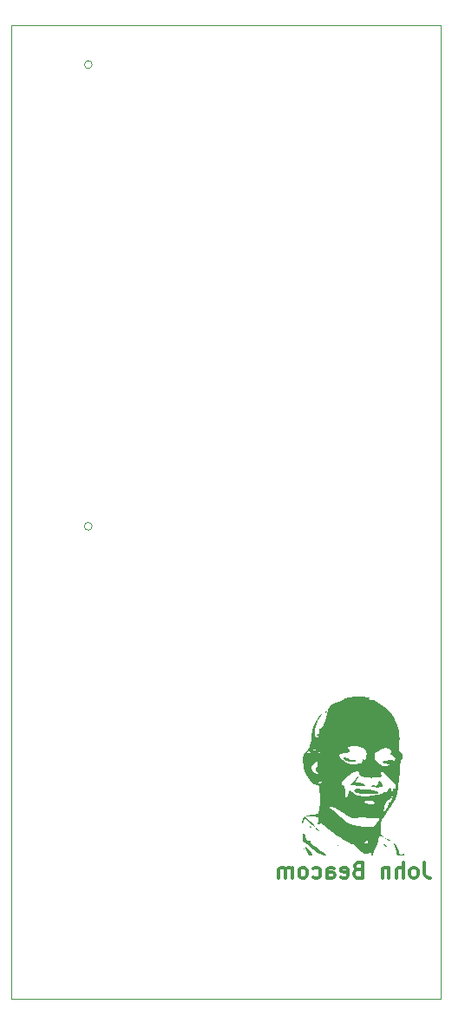
<source format=gbr>
%TF.GenerationSoftware,KiCad,Pcbnew,(6.0.6)*%
%TF.CreationDate,2023-01-26T13:55:41-05:00*%
%TF.ProjectId,TURFIO_RACK_Flex_PCB_Breakout,54555246-494f-45f5-9241-434b5f466c65,rev?*%
%TF.SameCoordinates,Original*%
%TF.FileFunction,Legend,Bot*%
%TF.FilePolarity,Positive*%
%FSLAX46Y46*%
G04 Gerber Fmt 4.6, Leading zero omitted, Abs format (unit mm)*
G04 Created by KiCad (PCBNEW (6.0.6)) date 2023-01-26 13:55:41*
%MOMM*%
%LPD*%
G01*
G04 APERTURE LIST*
%TA.AperFunction,Profile*%
%ADD10C,0.100000*%
%TD*%
%ADD11C,0.300000*%
%ADD12C,0.120000*%
G04 APERTURE END LIST*
D10*
X74510000Y-51560000D02*
X116440000Y-51560000D01*
X116440000Y-51560000D02*
X116440000Y-146520000D01*
X116440000Y-146520000D02*
X74510000Y-146520000D01*
X74510000Y-146520000D02*
X74510000Y-51560000D01*
D11*
%TO.C,John Beacom*%
X114845085Y-133185628D02*
X114845085Y-134274200D01*
X114917657Y-134491914D01*
X115062800Y-134637057D01*
X115280514Y-134709628D01*
X115425657Y-134709628D01*
X113901657Y-134709628D02*
X114046800Y-134637057D01*
X114119371Y-134564485D01*
X114191942Y-134419342D01*
X114191942Y-133983914D01*
X114119371Y-133838771D01*
X114046800Y-133766200D01*
X113901657Y-133693628D01*
X113683942Y-133693628D01*
X113538800Y-133766200D01*
X113466228Y-133838771D01*
X113393657Y-133983914D01*
X113393657Y-134419342D01*
X113466228Y-134564485D01*
X113538800Y-134637057D01*
X113683942Y-134709628D01*
X113901657Y-134709628D01*
X112740514Y-134709628D02*
X112740514Y-133185628D01*
X112087371Y-134709628D02*
X112087371Y-133911342D01*
X112159942Y-133766200D01*
X112305085Y-133693628D01*
X112522800Y-133693628D01*
X112667942Y-133766200D01*
X112740514Y-133838771D01*
X111361657Y-133693628D02*
X111361657Y-134709628D01*
X111361657Y-133838771D02*
X111289085Y-133766200D01*
X111143942Y-133693628D01*
X110926228Y-133693628D01*
X110781085Y-133766200D01*
X110708514Y-133911342D01*
X110708514Y-134709628D01*
X108313657Y-133911342D02*
X108095942Y-133983914D01*
X108023371Y-134056485D01*
X107950800Y-134201628D01*
X107950800Y-134419342D01*
X108023371Y-134564485D01*
X108095942Y-134637057D01*
X108241085Y-134709628D01*
X108821657Y-134709628D01*
X108821657Y-133185628D01*
X108313657Y-133185628D01*
X108168514Y-133258200D01*
X108095942Y-133330771D01*
X108023371Y-133475914D01*
X108023371Y-133621057D01*
X108095942Y-133766200D01*
X108168514Y-133838771D01*
X108313657Y-133911342D01*
X108821657Y-133911342D01*
X106717085Y-134637057D02*
X106862228Y-134709628D01*
X107152514Y-134709628D01*
X107297657Y-134637057D01*
X107370228Y-134491914D01*
X107370228Y-133911342D01*
X107297657Y-133766200D01*
X107152514Y-133693628D01*
X106862228Y-133693628D01*
X106717085Y-133766200D01*
X106644514Y-133911342D01*
X106644514Y-134056485D01*
X107370228Y-134201628D01*
X105338228Y-134709628D02*
X105338228Y-133911342D01*
X105410800Y-133766200D01*
X105555942Y-133693628D01*
X105846228Y-133693628D01*
X105991371Y-133766200D01*
X105338228Y-134637057D02*
X105483371Y-134709628D01*
X105846228Y-134709628D01*
X105991371Y-134637057D01*
X106063942Y-134491914D01*
X106063942Y-134346771D01*
X105991371Y-134201628D01*
X105846228Y-134129057D01*
X105483371Y-134129057D01*
X105338228Y-134056485D01*
X103959371Y-134637057D02*
X104104514Y-134709628D01*
X104394800Y-134709628D01*
X104539942Y-134637057D01*
X104612514Y-134564485D01*
X104685085Y-134419342D01*
X104685085Y-133983914D01*
X104612514Y-133838771D01*
X104539942Y-133766200D01*
X104394800Y-133693628D01*
X104104514Y-133693628D01*
X103959371Y-133766200D01*
X103088514Y-134709628D02*
X103233657Y-134637057D01*
X103306228Y-134564485D01*
X103378800Y-134419342D01*
X103378800Y-133983914D01*
X103306228Y-133838771D01*
X103233657Y-133766200D01*
X103088514Y-133693628D01*
X102870800Y-133693628D01*
X102725657Y-133766200D01*
X102653085Y-133838771D01*
X102580514Y-133983914D01*
X102580514Y-134419342D01*
X102653085Y-134564485D01*
X102725657Y-134637057D01*
X102870800Y-134709628D01*
X103088514Y-134709628D01*
X101927371Y-134709628D02*
X101927371Y-133693628D01*
X101927371Y-133838771D02*
X101854800Y-133766200D01*
X101709657Y-133693628D01*
X101491942Y-133693628D01*
X101346800Y-133766200D01*
X101274228Y-133911342D01*
X101274228Y-134709628D01*
X101274228Y-133911342D02*
X101201657Y-133766200D01*
X101056514Y-133693628D01*
X100838800Y-133693628D01*
X100693657Y-133766200D01*
X100621085Y-133911342D01*
X100621085Y-134709628D01*
G36*
X108586487Y-125143243D02*
G01*
X108537452Y-125192278D01*
X108488417Y-125143243D01*
X108537452Y-125094208D01*
X108586487Y-125143243D01*
G37*
G36*
X104859846Y-118964865D02*
G01*
X104810811Y-119013899D01*
X104761776Y-118964865D01*
X104810811Y-118915830D01*
X104859846Y-118964865D01*
G37*
G36*
X111089594Y-131506086D02*
G01*
X111179692Y-131631627D01*
X111122667Y-131657441D01*
X110942995Y-131570626D01*
X110875967Y-131511287D01*
X110864773Y-131413348D01*
X110941908Y-131407390D01*
X111089594Y-131506086D01*
G37*
G36*
X103244532Y-128727832D02*
G01*
X103241699Y-128725103D01*
X103249581Y-128725088D01*
X103244532Y-128727832D01*
G37*
G36*
X111847272Y-131282547D02*
G01*
X112010135Y-131445756D01*
X112216325Y-131720341D01*
X112313128Y-132061768D01*
X112314989Y-132113973D01*
X112391536Y-132345878D01*
X112551615Y-132433251D01*
X112755689Y-132350315D01*
X112767477Y-132340636D01*
X112875353Y-132284373D01*
X112901544Y-132388378D01*
X112891859Y-132445116D01*
X112783140Y-132524653D01*
X112521901Y-132547490D01*
X112328365Y-132543038D01*
X112191032Y-132497357D01*
X112124276Y-132359415D01*
X112079992Y-132078113D01*
X112058208Y-131946521D01*
X111970421Y-131613322D01*
X111862434Y-131367109D01*
X111806180Y-131267414D01*
X111847272Y-131282547D01*
G37*
G36*
X103094595Y-131861004D02*
G01*
X103087517Y-131912921D01*
X103029215Y-131926383D01*
X103017478Y-131912010D01*
X103029215Y-131795624D01*
X103058713Y-131780281D01*
X103094595Y-131861004D01*
G37*
G36*
X105293383Y-118433183D02*
G01*
X105301158Y-118523552D01*
X105281030Y-118552901D01*
X105197301Y-118621621D01*
X105187514Y-118619072D01*
X105154054Y-118523552D01*
X105158045Y-118496672D01*
X105257911Y-118425482D01*
X105293383Y-118433183D01*
G37*
G36*
X112343994Y-121787957D02*
G01*
X112333517Y-121882032D01*
X112328400Y-122128676D01*
X112378665Y-122283031D01*
X112496569Y-122409180D01*
X112663535Y-122657645D01*
X112666461Y-122691506D01*
X112691179Y-122977572D01*
X112662788Y-123044990D01*
X112561420Y-123285696D01*
X112519211Y-123360039D01*
X112442270Y-123678350D01*
X112414316Y-124165121D01*
X112410299Y-124402697D01*
X112365013Y-125139709D01*
X112286747Y-125779132D01*
X112276608Y-125861965D01*
X112153713Y-126509255D01*
X112069047Y-126800728D01*
X112004956Y-127021372D01*
X111877950Y-127296362D01*
X111632415Y-127703263D01*
X111358784Y-128061834D01*
X111136006Y-128327993D01*
X110797980Y-128847021D01*
X110775024Y-128909770D01*
X110609661Y-129361785D01*
X110550030Y-129920596D01*
X110555660Y-130228245D01*
X110597089Y-130432211D01*
X110705980Y-130575966D01*
X110913885Y-130729669D01*
X111016683Y-130796545D01*
X111250220Y-130926680D01*
X111398445Y-130978378D01*
X111434236Y-130982339D01*
X111577423Y-131076151D01*
X111585601Y-131110884D01*
X111497892Y-131114114D01*
X111312489Y-131047303D01*
X111076906Y-130929511D01*
X110838655Y-130779797D01*
X110660258Y-130662192D01*
X110480601Y-130604948D01*
X110377686Y-130709158D01*
X110312125Y-130990589D01*
X110300026Y-131057752D01*
X110284960Y-131115557D01*
X110201189Y-131436969D01*
X110068870Y-131799662D01*
X110024400Y-131901425D01*
X109906128Y-132181570D01*
X109829886Y-132375869D01*
X109788204Y-132468665D01*
X109713065Y-132547490D01*
X109687315Y-132520479D01*
X109685469Y-132375869D01*
X109679789Y-132273457D01*
X109567182Y-132244458D01*
X109207387Y-132324314D01*
X108935302Y-132313525D01*
X108705265Y-132184369D01*
X108446364Y-131916071D01*
X108262445Y-131719900D01*
X108049982Y-131535547D01*
X107906982Y-131461558D01*
X107724043Y-131409619D01*
X107544455Y-131318305D01*
X108999417Y-131318305D01*
X109081846Y-131368677D01*
X109211644Y-131332059D01*
X109311172Y-131216427D01*
X109323156Y-131115557D01*
X109207204Y-131093840D01*
X109124403Y-131123878D01*
X109003236Y-131248069D01*
X108999417Y-131318305D01*
X107544455Y-131318305D01*
X107488662Y-131289936D01*
X107271324Y-131156396D01*
X106954041Y-130963468D01*
X106606036Y-130753249D01*
X106277781Y-130540455D01*
X105852988Y-130232744D01*
X105497297Y-129942436D01*
X105431840Y-129884755D01*
X105021371Y-129572612D01*
X104702917Y-129427536D01*
X104479445Y-129450961D01*
X104473365Y-129454431D01*
X104429520Y-129412445D01*
X104471029Y-129201057D01*
X104475207Y-129186192D01*
X104519122Y-128951187D01*
X104507973Y-128806887D01*
X104415238Y-128768253D01*
X104175147Y-128735920D01*
X103848846Y-128723941D01*
X103249581Y-128725088D01*
X103393647Y-128646806D01*
X103890649Y-128546640D01*
X104516602Y-128477606D01*
X104583473Y-127938224D01*
X104588198Y-127897288D01*
X104591370Y-127850831D01*
X105570322Y-127850831D01*
X105603935Y-127908915D01*
X105730212Y-127962741D01*
X105768381Y-127960345D01*
X105840541Y-128036293D01*
X105843219Y-128059591D01*
X105933857Y-128134363D01*
X105983270Y-128158835D01*
X106154406Y-128294185D01*
X106406793Y-128521447D01*
X106705781Y-128810283D01*
X106986842Y-129081565D01*
X107303416Y-129343306D01*
X107594349Y-129506364D01*
X107917322Y-129600792D01*
X108330012Y-129656648D01*
X108466682Y-129670439D01*
X108806020Y-129706218D01*
X109174904Y-129746464D01*
X109363395Y-129759746D01*
X109725425Y-129731116D01*
X109968603Y-129630112D01*
X110057529Y-129467906D01*
X110112597Y-129362475D01*
X110253668Y-129190535D01*
X110389490Y-129025065D01*
X110449807Y-128909770D01*
X110448907Y-128906222D01*
X110342957Y-128876519D01*
X110095139Y-128862032D01*
X109754634Y-128865867D01*
X109699709Y-128867733D01*
X109393996Y-128868440D01*
X109206630Y-128851492D01*
X109176338Y-128819963D01*
X109190584Y-128808001D01*
X109130275Y-128780649D01*
X108909874Y-128780691D01*
X108556217Y-128807154D01*
X108096139Y-128859067D01*
X108027600Y-128865475D01*
X107836017Y-128851383D01*
X107612398Y-128776341D01*
X107313959Y-128623035D01*
X106897914Y-128374149D01*
X106518888Y-128147394D01*
X110866114Y-128147394D01*
X110881685Y-128232432D01*
X110972023Y-128176200D01*
X111115224Y-128002317D01*
X111257981Y-127776127D01*
X111358433Y-127565163D01*
X111374722Y-127436962D01*
X111350148Y-127384167D01*
X111399189Y-127379489D01*
X111476710Y-127350081D01*
X111594479Y-127201610D01*
X111708545Y-126995900D01*
X111782002Y-126800728D01*
X111777949Y-126683869D01*
X111756537Y-126672667D01*
X111724711Y-126750833D01*
X111711903Y-126798282D01*
X111611488Y-126801060D01*
X111556605Y-126777189D01*
X111568355Y-126844490D01*
X111562580Y-126908494D01*
X111559402Y-126943708D01*
X111393331Y-127051088D01*
X111382140Y-127055598D01*
X111358541Y-127065108D01*
X111144121Y-127212467D01*
X111070306Y-127341512D01*
X111000408Y-127463709D01*
X110899584Y-127864672D01*
X110887624Y-127936041D01*
X110866114Y-128147394D01*
X106518888Y-128147394D01*
X106504177Y-128138593D01*
X106069177Y-127904893D01*
X105761934Y-127776430D01*
X105592348Y-127757109D01*
X105570322Y-127850831D01*
X104591370Y-127850831D01*
X104614523Y-127511695D01*
X104614856Y-127496911D01*
X106330888Y-127496911D01*
X106379923Y-127545946D01*
X106428958Y-127496911D01*
X106379923Y-127447876D01*
X106330888Y-127496911D01*
X104614856Y-127496911D01*
X104618129Y-127351627D01*
X108941473Y-127351627D01*
X108971553Y-127375095D01*
X109184117Y-127452757D01*
X109466762Y-127496911D01*
X109478444Y-127498736D01*
X109765024Y-127503630D01*
X109954345Y-127458035D01*
X110003211Y-127419330D01*
X110004977Y-127341512D01*
X109839263Y-127246153D01*
X109792461Y-127228104D01*
X109570936Y-127188531D01*
X109318375Y-127187758D01*
X109091478Y-127219123D01*
X108946945Y-127275967D01*
X108941473Y-127351627D01*
X104618129Y-127351627D01*
X104624799Y-127055598D01*
X106821236Y-127055598D01*
X106835635Y-127169425D01*
X106898290Y-127251737D01*
X106943008Y-127215083D01*
X106975345Y-127055598D01*
X106960945Y-126941772D01*
X106898290Y-126859459D01*
X106853573Y-126896113D01*
X106821236Y-127055598D01*
X104624799Y-127055598D01*
X104625228Y-127036577D01*
X104621714Y-126808453D01*
X106646049Y-126808453D01*
X106657786Y-126924839D01*
X106687284Y-126940182D01*
X106723166Y-126859459D01*
X106716089Y-126807542D01*
X106657786Y-126794080D01*
X106646049Y-126808453D01*
X104621714Y-126808453D01*
X104617967Y-126565251D01*
X104600605Y-126179953D01*
X104574586Y-125919330D01*
X104526516Y-125770257D01*
X104441820Y-125689168D01*
X104305923Y-125632495D01*
X104285811Y-125625117D01*
X106733649Y-125625117D01*
X106840301Y-125658108D01*
X106907102Y-125681902D01*
X106999910Y-125857388D01*
X107068900Y-126170062D01*
X107103841Y-126583980D01*
X107113391Y-126698172D01*
X107161957Y-126899350D01*
X107228130Y-127018354D01*
X107286482Y-127020189D01*
X107305132Y-126908494D01*
X111332433Y-126908494D01*
X111381467Y-126957529D01*
X111430502Y-126908494D01*
X111381467Y-126859459D01*
X111332433Y-126908494D01*
X107305132Y-126908494D01*
X107311583Y-126869862D01*
X107336386Y-126691027D01*
X107421699Y-126430872D01*
X107531814Y-126189195D01*
X107911987Y-126464590D01*
X107923457Y-126472886D01*
X108109708Y-126597488D01*
X108283113Y-126674701D01*
X108495885Y-126714620D01*
X108800241Y-126727339D01*
X109248396Y-126722954D01*
X109720388Y-126700271D01*
X110269163Y-126628734D01*
X110686141Y-126516175D01*
X110940155Y-126369112D01*
X110974197Y-126348617D01*
X111136294Y-126320077D01*
X111205904Y-126301443D01*
X111273426Y-126170348D01*
X111285204Y-126081558D01*
X111392948Y-125899653D01*
X111457887Y-125854098D01*
X111537983Y-125893587D01*
X111614732Y-126098417D01*
X111707021Y-126418147D01*
X111727242Y-126074903D01*
X111732343Y-126008241D01*
X111759373Y-125873179D01*
X111792544Y-125904482D01*
X111803443Y-125939072D01*
X111888141Y-126026057D01*
X111977472Y-125963050D01*
X112018919Y-125779132D01*
X111985189Y-125681356D01*
X111823415Y-125449314D01*
X111548311Y-125134904D01*
X111182493Y-124763395D01*
X110748582Y-124360053D01*
X110530302Y-124165279D01*
X110596590Y-124518623D01*
X110602209Y-124548906D01*
X110626470Y-124769930D01*
X110565767Y-124873217D01*
X110385765Y-124924941D01*
X110159606Y-124937476D01*
X109941938Y-124888692D01*
X109843446Y-124852357D01*
X109714227Y-124898164D01*
X109631621Y-124947270D01*
X109438584Y-124943104D01*
X109267754Y-124909409D01*
X108978765Y-124876359D01*
X108816218Y-124854675D01*
X108572351Y-124726157D01*
X108488417Y-124493783D01*
X108462554Y-124390613D01*
X108327537Y-124309652D01*
X108246028Y-124318466D01*
X107952842Y-124419410D01*
X107605539Y-124603362D01*
X107587270Y-124615823D01*
X107269044Y-124832877D01*
X107008286Y-125070509D01*
X106889761Y-125222695D01*
X106862763Y-125257361D01*
X106744575Y-125479506D01*
X106733649Y-125625117D01*
X104285811Y-125625117D01*
X104103934Y-125558396D01*
X103921021Y-125470805D01*
X103906121Y-125458802D01*
X104406909Y-125458802D01*
X104530627Y-125478744D01*
X104666220Y-125452265D01*
X104802564Y-125325511D01*
X104824386Y-125222695D01*
X104739504Y-125263308D01*
X104681518Y-125304592D01*
X104467568Y-125416541D01*
X104406909Y-125458802D01*
X103906121Y-125458802D01*
X103773401Y-125351888D01*
X103628584Y-125166532D01*
X103454082Y-124879621D01*
X103217405Y-124456043D01*
X103128841Y-124241975D01*
X103064711Y-123966409D01*
X103388803Y-123966409D01*
X103437838Y-124015444D01*
X103443650Y-124009632D01*
X103785903Y-124009632D01*
X103861403Y-124267550D01*
X104129930Y-124496104D01*
X104284174Y-124585809D01*
X104467726Y-124679615D01*
X104547955Y-124685885D01*
X104565637Y-124615823D01*
X104514454Y-124525661D01*
X104355595Y-124390252D01*
X104282254Y-124339953D01*
X104201183Y-124248317D01*
X104215512Y-124118825D01*
X104320450Y-123882219D01*
X104372073Y-123766771D01*
X104434567Y-123538443D01*
X104385935Y-123404235D01*
X104350257Y-123377254D01*
X104220458Y-123392105D01*
X104028801Y-123562116D01*
X103939621Y-123672201D01*
X103902907Y-123717521D01*
X103803216Y-123966409D01*
X103785903Y-124009632D01*
X103443650Y-124009632D01*
X103486873Y-123966409D01*
X103437838Y-123917374D01*
X103388803Y-123966409D01*
X103064711Y-123966409D01*
X103035153Y-123839399D01*
X103016917Y-123672201D01*
X103290734Y-123672201D01*
X103339768Y-123721235D01*
X103388803Y-123672201D01*
X103339768Y-123623166D01*
X103290734Y-123672201D01*
X103016917Y-123672201D01*
X102986317Y-123391635D01*
X102989432Y-122975294D01*
X103028537Y-122781361D01*
X106542818Y-122781361D01*
X106588313Y-122975752D01*
X106813935Y-123212667D01*
X107213514Y-123466755D01*
X107411594Y-123562230D01*
X107728846Y-123666238D01*
X107949035Y-123671509D01*
X107967047Y-123666203D01*
X108149324Y-123626053D01*
X108414865Y-123577719D01*
X108632888Y-123527483D01*
X108756715Y-123432208D01*
X108789518Y-123250961D01*
X108795019Y-123127540D01*
X108817833Y-123067258D01*
X108872273Y-123179913D01*
X108881918Y-123203890D01*
X108938319Y-123286998D01*
X109006936Y-123230717D01*
X109118993Y-123014056D01*
X109168731Y-122848445D01*
X109955131Y-122848445D01*
X110026892Y-123156336D01*
X110217716Y-123443387D01*
X110511707Y-123658585D01*
X110761792Y-123760794D01*
X111072786Y-123804157D01*
X111381467Y-123721235D01*
X111483157Y-123672474D01*
X111490328Y-123636878D01*
X111358543Y-123608609D01*
X111059638Y-123574856D01*
X110905169Y-123545616D01*
X110757650Y-123460930D01*
X110770045Y-123363958D01*
X110955686Y-123291090D01*
X111080450Y-123261848D01*
X111312621Y-123192277D01*
X111454672Y-123166271D01*
X111687856Y-123240997D01*
X111825652Y-123313806D01*
X111926822Y-123224582D01*
X111962627Y-123166311D01*
X112004490Y-123044990D01*
X111936282Y-122940795D01*
X111730207Y-122792661D01*
X111610060Y-122705491D01*
X111599096Y-122691506D01*
X111920850Y-122691506D01*
X111969884Y-122740540D01*
X112018919Y-122691506D01*
X111969884Y-122642471D01*
X111920850Y-122691506D01*
X111599096Y-122691506D01*
X111511761Y-122580112D01*
X111555166Y-122463322D01*
X111561335Y-122455750D01*
X111605144Y-122323997D01*
X111481608Y-122190546D01*
X111351208Y-122115205D01*
X110984999Y-122054611D01*
X110569567Y-122163472D01*
X110131081Y-122437014D01*
X110018329Y-122570728D01*
X110002530Y-122640153D01*
X109955131Y-122848445D01*
X109168731Y-122848445D01*
X109231288Y-122640153D01*
X109169542Y-122336129D01*
X108927720Y-122092753D01*
X108776812Y-122021902D01*
X108507156Y-121941331D01*
X108198259Y-121876876D01*
X107907088Y-121837949D01*
X107690610Y-121833963D01*
X107605792Y-121874330D01*
X107579856Y-121917585D01*
X107434170Y-121957486D01*
X107347805Y-121971284D01*
X107367771Y-122031038D01*
X107423641Y-122083307D01*
X107532615Y-122265068D01*
X107545617Y-122336395D01*
X107540588Y-122342579D01*
X107468746Y-122430925D01*
X107417030Y-122446332D01*
X107231253Y-122501678D01*
X107188657Y-122510342D01*
X106914280Y-122560039D01*
X106724770Y-122584873D01*
X106637283Y-122621889D01*
X106542818Y-122781361D01*
X103028537Y-122781361D01*
X103051599Y-122666988D01*
X103067518Y-122629847D01*
X103171495Y-122446332D01*
X103388803Y-122446332D01*
X103428254Y-122504390D01*
X103590730Y-122544401D01*
X103702019Y-122523522D01*
X103732046Y-122446332D01*
X104418533Y-122446332D01*
X104438574Y-122472835D01*
X104577213Y-122544401D01*
X104610189Y-122536846D01*
X104614672Y-122446332D01*
X104594631Y-122419829D01*
X104455992Y-122348262D01*
X104423016Y-122355818D01*
X104418533Y-122446332D01*
X103732046Y-122446332D01*
X103697088Y-122408031D01*
X103530120Y-122348262D01*
X103467816Y-122358371D01*
X103388803Y-122446332D01*
X103171495Y-122446332D01*
X103180853Y-122429816D01*
X103277731Y-122348262D01*
X103355246Y-122322736D01*
X103458847Y-122206946D01*
X103977220Y-122206946D01*
X103989933Y-122277312D01*
X104066914Y-122304404D01*
X104094170Y-122291702D01*
X104197945Y-122323134D01*
X104213564Y-122342579D01*
X104206321Y-122266689D01*
X104193980Y-122214792D01*
X104173359Y-122095068D01*
X104170817Y-122085799D01*
X104075290Y-122054054D01*
X104028422Y-122072766D01*
X103977220Y-122206946D01*
X103458847Y-122206946D01*
X103506790Y-122153362D01*
X103623420Y-121912737D01*
X104173359Y-121912737D01*
X104174314Y-121926447D01*
X104231083Y-121948044D01*
X104329828Y-121842762D01*
X104353690Y-121787957D01*
X104286581Y-121799515D01*
X104243016Y-121829789D01*
X104173359Y-121912737D01*
X103623420Y-121912737D01*
X103643725Y-121870844D01*
X103742880Y-121528908D01*
X103766215Y-121316562D01*
X104488520Y-121316562D01*
X104500257Y-121432947D01*
X104529755Y-121448290D01*
X104565637Y-121367567D01*
X104558560Y-121315650D01*
X104500257Y-121302188D01*
X104488520Y-121316562D01*
X103766215Y-121316562D01*
X103781081Y-121181277D01*
X103797210Y-120909012D01*
X103925433Y-120281405D01*
X104159624Y-119641351D01*
X104473290Y-119069667D01*
X104599628Y-118886712D01*
X104740396Y-118695707D01*
X104808326Y-118621621D01*
X104790214Y-118683239D01*
X104699306Y-118874287D01*
X104554966Y-119149690D01*
X104434585Y-119400428D01*
X104292562Y-119778370D01*
X104184031Y-120159021D01*
X104119494Y-120496448D01*
X104109452Y-120744716D01*
X104164408Y-120857891D01*
X104216593Y-120895945D01*
X104272930Y-121057014D01*
X104273270Y-121079494D01*
X104293271Y-121165984D01*
X104369498Y-121073359D01*
X104443574Y-120933647D01*
X104453351Y-120820669D01*
X104356775Y-120836048D01*
X104300827Y-120854984D01*
X104291396Y-120768284D01*
X104323132Y-120711197D01*
X104475740Y-120629947D01*
X104570940Y-120564316D01*
X104587339Y-120335739D01*
X104585094Y-120309871D01*
X104590327Y-120148255D01*
X104643881Y-120168999D01*
X104663692Y-120194070D01*
X104750043Y-120195702D01*
X104860355Y-120021895D01*
X104860842Y-120020895D01*
X104958291Y-119814667D01*
X105006950Y-119700386D01*
X105044649Y-119603695D01*
X105129748Y-119406177D01*
X105131014Y-119403317D01*
X105252808Y-119071492D01*
X105349627Y-118710976D01*
X105393571Y-118425482D01*
X105429540Y-118289331D01*
X105435582Y-118278378D01*
X105546332Y-118278378D01*
X105595367Y-118327413D01*
X105644402Y-118278378D01*
X105595367Y-118229343D01*
X105546332Y-118278378D01*
X105435582Y-118278378D01*
X105546332Y-118077600D01*
X105622651Y-117996017D01*
X105861319Y-117815718D01*
X106162195Y-117636696D01*
X106453618Y-117499527D01*
X106663926Y-117444787D01*
X106665545Y-117444773D01*
X106831128Y-117386378D01*
X107044135Y-117248648D01*
X107056360Y-117239153D01*
X107187691Y-117157083D01*
X107352594Y-117103581D01*
X107591681Y-117073225D01*
X107945562Y-117060589D01*
X108454851Y-117060252D01*
X108476111Y-117060402D01*
X108909339Y-117067509D01*
X109245308Y-117080597D01*
X109451058Y-117097852D01*
X109493629Y-117117459D01*
X109485654Y-117120761D01*
X109373240Y-117217896D01*
X109428060Y-117307414D01*
X109625595Y-117346718D01*
X109870661Y-117394424D01*
X110140460Y-117521874D01*
X110381021Y-117672007D01*
X110681665Y-117838649D01*
X110697401Y-117846734D01*
X111087846Y-118133705D01*
X111217536Y-118278378D01*
X111476171Y-118566892D01*
X111827684Y-119101214D01*
X112107689Y-119691591D01*
X112163792Y-119839597D01*
X112320137Y-120315043D01*
X112397345Y-120723702D01*
X112405932Y-121149505D01*
X112385440Y-121367567D01*
X112356419Y-121676381D01*
X112343994Y-121787957D01*
G37*
G36*
X106428958Y-131517760D02*
G01*
X106379923Y-131566795D01*
X106330888Y-131517760D01*
X106379923Y-131468726D01*
X106428958Y-131517760D01*
G37*
G36*
X110744016Y-131321621D02*
G01*
X110694981Y-131370656D01*
X110645946Y-131321621D01*
X110694981Y-131272587D01*
X110744016Y-131321621D01*
G37*
G36*
X110614061Y-125346251D02*
G01*
X110687632Y-125478243D01*
X110744016Y-125701369D01*
X110740553Y-125746558D01*
X110682836Y-125829829D01*
X110519130Y-125868986D01*
X110204633Y-125878764D01*
X109982700Y-125870961D01*
X109753935Y-125839151D01*
X109665251Y-125791187D01*
X109737334Y-125682385D01*
X109892357Y-125639652D01*
X110017910Y-125697860D01*
X110033642Y-125712980D01*
X110137543Y-125669546D01*
X110283374Y-125485562D01*
X110314002Y-125437495D01*
X110437320Y-125268676D01*
X110520905Y-125245185D01*
X110614061Y-125346251D01*
G37*
G36*
X105114384Y-118312260D02*
G01*
X105101355Y-118332224D01*
X105004457Y-118422543D01*
X104957915Y-118382235D01*
X104966681Y-118360177D01*
X105071137Y-118269013D01*
X105125943Y-118245152D01*
X105114384Y-118312260D01*
G37*
G36*
X103711539Y-129177589D02*
G01*
X103939636Y-129413530D01*
X104086840Y-129598063D01*
X104120749Y-129690705D01*
X104054393Y-129674760D01*
X103888985Y-129548261D01*
X103671884Y-129335127D01*
X103499646Y-129154981D01*
X103325423Y-128984690D01*
X103241289Y-128918919D01*
X103239831Y-128919061D01*
X103166351Y-129001069D01*
X103052618Y-129188610D01*
X102953419Y-129361183D01*
X102912054Y-129375490D01*
X102902382Y-129233544D01*
X102918770Y-129075943D01*
X103072336Y-128821399D01*
X103244532Y-128727832D01*
X103711539Y-129177589D01*
G37*
G36*
X103140117Y-130403070D02*
G01*
X103199474Y-130511662D01*
X103233597Y-130744430D01*
X103234233Y-130749863D01*
X103314909Y-130929122D01*
X103465816Y-131099003D01*
X103612150Y-131174517D01*
X103615776Y-131174366D01*
X103627707Y-131106969D01*
X103526590Y-130953861D01*
X103339768Y-130733204D01*
X103558112Y-130917933D01*
X103695641Y-131071763D01*
X103723481Y-131188376D01*
X103709450Y-131256018D01*
X103766163Y-131355382D01*
X103921037Y-131499237D01*
X104196423Y-131707989D01*
X104614672Y-132002046D01*
X104735381Y-132085568D01*
X105032315Y-132292086D01*
X105247893Y-132443581D01*
X105342021Y-132511945D01*
X105297126Y-132536432D01*
X105119000Y-132547490D01*
X105093965Y-132546459D01*
X104814837Y-132459883D01*
X104423566Y-132242301D01*
X103938846Y-131905391D01*
X103379374Y-131460831D01*
X103156110Y-131266077D01*
X102992047Y-131081157D01*
X102923395Y-130906938D01*
X102915206Y-130685010D01*
X102921998Y-130576764D01*
X102967944Y-130387609D01*
X103061280Y-130360529D01*
X103140117Y-130403070D01*
G37*
G36*
X105546332Y-132400386D02*
G01*
X105497297Y-132449421D01*
X105448263Y-132400386D01*
X105497297Y-132351351D01*
X105546332Y-132400386D01*
G37*
G36*
X103388803Y-132498455D02*
G01*
X103339768Y-132547490D01*
X103290734Y-132498455D01*
X103339768Y-132449421D01*
X103388803Y-132498455D01*
G37*
G36*
X107348810Y-123013462D02*
G01*
X107535589Y-123115250D01*
X107629771Y-123179621D01*
X107767090Y-123222715D01*
X107843841Y-123216671D01*
X108047104Y-123220776D01*
X108084551Y-123223669D01*
X108179936Y-123253303D01*
X108096139Y-123328721D01*
X108053504Y-123351107D01*
X107813753Y-123392512D01*
X107517247Y-123364743D01*
X107227197Y-123283955D01*
X107006813Y-123166303D01*
X106919305Y-123027943D01*
X106968800Y-122971156D01*
X107135225Y-122961938D01*
X107348810Y-123013462D01*
G37*
G36*
X108488199Y-126032340D02*
G01*
X108727616Y-126059865D01*
X109105550Y-126094157D01*
X109510554Y-126124008D01*
X109882253Y-126158832D01*
X110190693Y-126226727D01*
X110327412Y-126326206D01*
X110305406Y-126462808D01*
X110284296Y-126480757D01*
X110107649Y-126523657D01*
X109804687Y-126546007D01*
X109427563Y-126549316D01*
X109028428Y-126535098D01*
X108659435Y-126504862D01*
X108372734Y-126460121D01*
X108220477Y-126402385D01*
X108157187Y-126349150D01*
X107975303Y-126238230D01*
X107923627Y-126209165D01*
X107918542Y-126134565D01*
X108042178Y-126067688D01*
X108247681Y-126027344D01*
X108488199Y-126032340D01*
G37*
G36*
X104396926Y-129907952D02*
G01*
X104593298Y-130090326D01*
X104908880Y-130418085D01*
X104538451Y-130145173D01*
X104420431Y-130052970D01*
X104261200Y-129901356D01*
X104222868Y-129817415D01*
X104256654Y-129817025D01*
X104396926Y-129907952D01*
G37*
G36*
X108347050Y-124809368D02*
G01*
X108373682Y-124913974D01*
X108243266Y-125133174D01*
X108147825Y-125314324D01*
X108195892Y-125422710D01*
X108396889Y-125415122D01*
X108558356Y-125411253D01*
X108793310Y-125473995D01*
X108992681Y-125580452D01*
X109076834Y-125697546D01*
X109053513Y-125712133D01*
X108889692Y-125727523D01*
X108618088Y-125727091D01*
X108296852Y-125713729D01*
X107984134Y-125690327D01*
X107738083Y-125659775D01*
X107616849Y-125624965D01*
X107618087Y-125604839D01*
X107707386Y-125484814D01*
X107886540Y-125302921D01*
X107961675Y-125229463D01*
X108127897Y-125036337D01*
X108194209Y-124907758D01*
X108198620Y-124875866D01*
X108292278Y-124800000D01*
X108347050Y-124809368D01*
G37*
G36*
X104434878Y-132482111D02*
G01*
X104450220Y-132511608D01*
X104369498Y-132547490D01*
X104317580Y-132540413D01*
X104304119Y-132482111D01*
X104318492Y-132470374D01*
X104434878Y-132482111D01*
G37*
G36*
X103305261Y-131634132D02*
G01*
X103483239Y-131810491D01*
X103670702Y-132036942D01*
X103818916Y-132254405D01*
X103879151Y-132403798D01*
X103852537Y-132480059D01*
X103707529Y-132545179D01*
X103661555Y-132535320D01*
X103498347Y-132381953D01*
X103321501Y-132054831D01*
X103240409Y-131853613D01*
X103179262Y-131646914D01*
X103188755Y-131566795D01*
X103305261Y-131634132D01*
G37*
G36*
X103705690Y-129609174D02*
G01*
X103781081Y-129703475D01*
X103779957Y-129725669D01*
X103737834Y-129801544D01*
X103722103Y-129797031D01*
X103633977Y-129703475D01*
X103618653Y-129665486D01*
X103677224Y-129605405D01*
X103705690Y-129609174D01*
G37*
D12*
%TO.C,J1*%
X82403150Y-55425300D02*
G75*
G03*
X82403150Y-55425300I-381000J0D01*
G01*
%TO.C,J2*%
X82403150Y-100425300D02*
G75*
G03*
X82403150Y-100425300I-381000J0D01*
G01*
%TD*%
M02*

</source>
